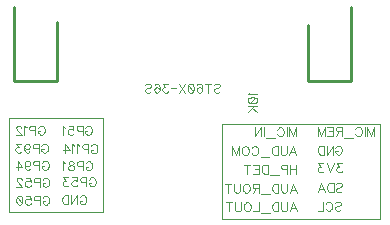
<source format=gbr>
G04 DipTrace 2.4.0.2*
%INBottomSilk.gbr*%
%MOIN*%
%ADD10C,0.0098*%
%ADD23C,0.0013*%
%ADD99C,0.0046*%
%FSLAX44Y44*%
G04*
G70*
G90*
G75*
G01*
%LNBotSilk*%
%LPD*%
X8050Y16952D2*
D10*
Y14495D1*
X9484D1*
Y16440D1*
X17876Y16338D2*
Y14495D1*
X19310D1*
Y16952D1*
X7911Y13259D2*
D23*
X11033D1*
Y10104D1*
X7911D1*
Y13259D1*
X14980Y13061D2*
X20272D1*
Y9870D1*
X14980D1*
Y13061D1*
X14722Y14350D2*
D99*
X14750Y14379D1*
X14793Y14393D1*
X14851D1*
X14894Y14379D1*
X14923Y14350D1*
Y14322D1*
X14908Y14293D1*
X14894Y14279D1*
X14865Y14264D1*
X14779Y14235D1*
X14750Y14221D1*
X14736Y14207D1*
X14722Y14178D1*
Y14135D1*
X14750Y14106D1*
X14793Y14092D1*
X14851D1*
X14894Y14106D1*
X14923Y14135D1*
X14529Y14393D2*
Y14092D1*
X14629Y14393D2*
X14428D1*
X14163Y14350D2*
X14178Y14379D1*
X14221Y14393D1*
X14249D1*
X14292Y14379D1*
X14321Y14336D1*
X14336Y14264D1*
Y14192D1*
X14321Y14135D1*
X14292Y14106D1*
X14249Y14092D1*
X14235D1*
X14192Y14106D1*
X14163Y14135D1*
X14149Y14178D1*
Y14192D1*
X14163Y14235D1*
X14192Y14264D1*
X14235Y14278D1*
X14249D1*
X14292Y14264D1*
X14321Y14235D1*
X14336Y14192D1*
X13970Y14393D2*
X14013Y14379D1*
X14042Y14336D1*
X14056Y14264D1*
Y14221D1*
X14042Y14149D1*
X14013Y14106D1*
X13970Y14092D1*
X13942D1*
X13899Y14106D1*
X13870Y14149D1*
X13856Y14221D1*
Y14264D1*
X13870Y14336D1*
X13899Y14379D1*
X13942Y14393D1*
X13970D1*
X13870Y14336D2*
X14042Y14149D1*
X13763Y14393D2*
X13562Y14092D1*
Y14393D2*
X13763Y14092D1*
X13469Y14242D2*
X13304D1*
X13182Y14393D2*
X13024D1*
X13110Y14278D1*
X13067D1*
X13039Y14264D1*
X13024Y14250D1*
X13010Y14207D1*
Y14178D1*
X13024Y14135D1*
X13053Y14106D1*
X13096Y14092D1*
X13139D1*
X13182Y14106D1*
X13196Y14121D1*
X13211Y14149D1*
X12745Y14350D2*
X12759Y14379D1*
X12803Y14393D1*
X12831D1*
X12874Y14379D1*
X12903Y14336D1*
X12917Y14264D1*
Y14192D1*
X12903Y14135D1*
X12874Y14106D1*
X12831Y14092D1*
X12817D1*
X12774Y14106D1*
X12745Y14135D1*
X12731Y14178D1*
Y14192D1*
X12745Y14235D1*
X12774Y14264D1*
X12817Y14278D1*
X12831D1*
X12874Y14264D1*
X12903Y14235D1*
X12917Y14192D1*
X12437Y14350D2*
X12466Y14379D1*
X12509Y14393D1*
X12566D1*
X12609Y14379D1*
X12638Y14350D1*
Y14322D1*
X12624Y14293D1*
X12609Y14279D1*
X12581Y14264D1*
X12495Y14235D1*
X12466Y14221D1*
X12452Y14207D1*
X12437Y14178D1*
Y14135D1*
X12466Y14106D1*
X12509Y14092D1*
X12566D1*
X12609Y14106D1*
X12638Y14135D1*
X15916Y14110D2*
X15902Y14081D1*
X15859Y14038D1*
X16160D1*
X15859Y13859D2*
X15873Y13902D1*
X15916Y13931D1*
X15988Y13945D1*
X16031D1*
X16103Y13931D1*
X16146Y13902D1*
X16160Y13859D1*
Y13830D1*
X16146Y13787D1*
X16103Y13759D1*
X16031Y13744D1*
X15988D1*
X15916Y13759D1*
X15873Y13787D1*
X15859Y13830D1*
Y13859D1*
X15916Y13759D2*
X16103Y13931D1*
X15859Y13651D2*
X16160D1*
X15859Y13450D2*
X16060Y13651D1*
X15988Y13580D2*
X16160Y13450D1*
X8869Y12926D2*
X8883Y12954D1*
X8912Y12983D1*
X8940Y12997D1*
X8998D1*
X9027Y12983D1*
X9055Y12954D1*
X9070Y12926D1*
X9084Y12882D1*
Y12810D1*
X9070Y12768D1*
X9055Y12739D1*
X9027Y12710D1*
X8998Y12696D1*
X8940D1*
X8912Y12710D1*
X8883Y12739D1*
X8869Y12768D1*
Y12810D1*
X8940D1*
X8776Y12839D2*
X8647D1*
X8604Y12854D1*
X8589Y12868D1*
X8575Y12897D1*
Y12940D1*
X8589Y12968D1*
X8604Y12983D1*
X8647Y12997D1*
X8776D1*
Y12696D1*
X8483Y12939D2*
X8454Y12954D1*
X8411Y12997D1*
Y12696D1*
X8303Y12925D2*
Y12939D1*
X8289Y12968D1*
X8275Y12983D1*
X8246Y12997D1*
X8189D1*
X8160Y12983D1*
X8146Y12968D1*
X8131Y12939D1*
Y12911D1*
X8146Y12882D1*
X8174Y12839D1*
X8318Y12696D1*
X8117D1*
X8978Y12326D2*
X8992Y12354D1*
X9021Y12383D1*
X9049Y12397D1*
X9107D1*
X9135Y12383D1*
X9164Y12354D1*
X9179Y12326D1*
X9193Y12283D1*
Y12211D1*
X9179Y12168D1*
X9164Y12139D1*
X9135Y12110D1*
X9107Y12096D1*
X9049D1*
X9021Y12110D1*
X8992Y12139D1*
X8978Y12168D1*
Y12211D1*
X9049D1*
X8885Y12239D2*
X8756D1*
X8713Y12254D1*
X8698Y12268D1*
X8684Y12297D1*
Y12340D1*
X8698Y12368D1*
X8713Y12383D1*
X8756Y12397D1*
X8885D1*
Y12096D1*
X8405Y12297D2*
X8419Y12254D1*
X8448Y12225D1*
X8491Y12211D1*
X8505D1*
X8548Y12225D1*
X8577Y12254D1*
X8591Y12297D1*
Y12311D1*
X8577Y12354D1*
X8548Y12383D1*
X8505Y12397D1*
X8491D1*
X8448Y12383D1*
X8419Y12354D1*
X8405Y12297D1*
Y12225D1*
X8419Y12153D1*
X8448Y12110D1*
X8491Y12096D1*
X8519D1*
X8562Y12110D1*
X8577Y12139D1*
X8283Y12397D2*
X8126D1*
X8212Y12282D1*
X8168D1*
X8140Y12268D1*
X8126Y12254D1*
X8111Y12211D1*
Y12182D1*
X8126Y12139D1*
X8154Y12110D1*
X8197Y12096D1*
X8240D1*
X8283Y12110D1*
X8297Y12125D1*
X8312Y12153D1*
X8997Y11755D2*
X9012Y11783D1*
X9041Y11812D1*
X9069Y11826D1*
X9126D1*
X9155Y11812D1*
X9184Y11783D1*
X9198Y11755D1*
X9213Y11712D1*
Y11640D1*
X9198Y11597D1*
X9184Y11568D1*
X9155Y11540D1*
X9126Y11525D1*
X9069D1*
X9041Y11540D1*
X9012Y11568D1*
X8997Y11597D1*
Y11640D1*
X9069D1*
X8905Y11669D2*
X8775D1*
X8733Y11683D1*
X8718Y11697D1*
X8704Y11726D1*
Y11769D1*
X8718Y11798D1*
X8733Y11812D1*
X8775Y11826D1*
X8905D1*
Y11525D1*
X8424Y11726D2*
X8439Y11683D1*
X8468Y11654D1*
X8511Y11640D1*
X8525D1*
X8568Y11654D1*
X8597Y11683D1*
X8611Y11726D1*
Y11740D1*
X8597Y11783D1*
X8568Y11812D1*
X8525Y11826D1*
X8511D1*
X8468Y11812D1*
X8439Y11783D1*
X8424Y11726D1*
Y11654D1*
X8439Y11582D1*
X8468Y11539D1*
X8511Y11525D1*
X8539D1*
X8582Y11539D1*
X8597Y11568D1*
X8188Y11525D2*
Y11826D1*
X8332Y11625D1*
X8117D1*
X9013Y11188D2*
X9028Y11216D1*
X9056Y11245D1*
X9085Y11260D1*
X9142D1*
X9171Y11245D1*
X9200Y11216D1*
X9214Y11188D1*
X9229Y11145D1*
Y11073D1*
X9214Y11030D1*
X9200Y11001D1*
X9171Y10973D1*
X9142Y10958D1*
X9085D1*
X9056Y10973D1*
X9028Y11001D1*
X9013Y11030D1*
Y11073D1*
X9085D1*
X8921Y11102D2*
X8791D1*
X8749Y11116D1*
X8734Y11131D1*
X8720Y11159D1*
Y11202D1*
X8734Y11231D1*
X8749Y11245D1*
X8791Y11260D1*
X8921D1*
Y10958D1*
X8455Y11259D2*
X8598D1*
X8613Y11130D1*
X8598Y11144D1*
X8555Y11159D1*
X8512D1*
X8469Y11144D1*
X8440Y11116D1*
X8426Y11073D1*
Y11044D1*
X8440Y11001D1*
X8469Y10972D1*
X8512Y10958D1*
X8555D1*
X8598Y10972D1*
X8613Y10987D1*
X8627Y11015D1*
X8319Y11188D2*
Y11202D1*
X8305Y11231D1*
X8290Y11245D1*
X8262Y11259D1*
X8204D1*
X8176Y11245D1*
X8161Y11231D1*
X8147Y11202D1*
Y11173D1*
X8161Y11144D1*
X8190Y11102D1*
X8334Y10958D1*
X8133D1*
X9016Y10589D2*
X9031Y10618D1*
X9059Y10647D1*
X9088Y10661D1*
X9145D1*
X9174Y10647D1*
X9203Y10618D1*
X9217Y10589D1*
X9232Y10546D1*
Y10474D1*
X9217Y10431D1*
X9203Y10402D1*
X9174Y10374D1*
X9145Y10359D1*
X9088D1*
X9059Y10374D1*
X9031Y10402D1*
X9016Y10431D1*
Y10474D1*
X9088D1*
X8924Y10503D2*
X8794D1*
X8752Y10517D1*
X8737Y10532D1*
X8723Y10560D1*
Y10603D1*
X8737Y10632D1*
X8752Y10647D1*
X8794Y10661D1*
X8924D1*
Y10359D1*
X8458Y10660D2*
X8601D1*
X8615Y10531D1*
X8601Y10546D1*
X8558Y10560D1*
X8515D1*
X8472Y10546D1*
X8443Y10517D1*
X8429Y10474D1*
Y10446D1*
X8443Y10402D1*
X8472Y10374D1*
X8515Y10359D1*
X8558D1*
X8601Y10374D1*
X8615Y10388D1*
X8630Y10417D1*
X8250Y10660D2*
X8293Y10646D1*
X8322Y10603D1*
X8336Y10531D1*
Y10488D1*
X8322Y10417D1*
X8293Y10374D1*
X8250Y10359D1*
X8222D1*
X8179Y10374D1*
X8150Y10417D1*
X8136Y10488D1*
Y10531D1*
X8150Y10603D1*
X8179Y10646D1*
X8222Y10660D1*
X8250D1*
X8150Y10603D2*
X8322Y10417D1*
X10439Y12921D2*
X10453Y12949D1*
X10482Y12978D1*
X10511Y12992D1*
X10568D1*
X10597Y12978D1*
X10625Y12949D1*
X10640Y12921D1*
X10654Y12877D1*
Y12805D1*
X10640Y12763D1*
X10625Y12734D1*
X10597Y12705D1*
X10568Y12691D1*
X10511D1*
X10482Y12705D1*
X10453Y12734D1*
X10439Y12763D1*
Y12805D1*
X10511D1*
X10346Y12834D2*
X10217D1*
X10174Y12849D1*
X10160Y12863D1*
X10145Y12892D1*
Y12935D1*
X10160Y12963D1*
X10174Y12978D1*
X10217Y12992D1*
X10346D1*
Y12691D1*
X9881Y12992D2*
X10024D1*
X10038Y12863D1*
X10024Y12877D1*
X9981Y12892D1*
X9938D1*
X9895Y12877D1*
X9866Y12849D1*
X9852Y12805D1*
Y12777D1*
X9866Y12734D1*
X9895Y12705D1*
X9938Y12691D1*
X9981D1*
X10024Y12705D1*
X10038Y12720D1*
X10053Y12748D1*
X9759Y12934D2*
X9730Y12949D1*
X9687Y12992D1*
Y12691D1*
X10627Y12310D2*
X10641Y12339D1*
X10670Y12367D1*
X10699Y12382D1*
X10756D1*
X10785Y12367D1*
X10814Y12339D1*
X10828Y12310D1*
X10842Y12267D1*
Y12195D1*
X10828Y12152D1*
X10814Y12123D1*
X10785Y12095D1*
X10756Y12080D1*
X10699D1*
X10670Y12095D1*
X10641Y12123D1*
X10627Y12152D1*
Y12195D1*
X10699D1*
X10535Y12224D2*
X10405D1*
X10362Y12238D1*
X10348Y12253D1*
X10334Y12281D1*
Y12324D1*
X10348Y12353D1*
X10362Y12367D1*
X10405Y12382D1*
X10535D1*
Y12080D1*
X10241Y12324D2*
X10212Y12339D1*
X10169Y12381D1*
Y12080D1*
X10076Y12324D2*
X10047Y12339D1*
X10004Y12381D1*
Y12080D1*
X9768D2*
Y12381D1*
X9912Y12181D1*
X9696D1*
X10451Y11738D2*
X10466Y11767D1*
X10494Y11796D1*
X10523Y11810D1*
X10580D1*
X10609Y11796D1*
X10638Y11767D1*
X10652Y11738D1*
X10667Y11695D1*
Y11623D1*
X10652Y11580D1*
X10638Y11552D1*
X10609Y11523D1*
X10580Y11508D1*
X10523D1*
X10494Y11523D1*
X10466Y11552D1*
X10451Y11580D1*
Y11623D1*
X10523D1*
X10359Y11652D2*
X10229D1*
X10187Y11666D1*
X10172Y11681D1*
X10158Y11709D1*
Y11752D1*
X10172Y11781D1*
X10187Y11796D1*
X10229Y11810D1*
X10359D1*
Y11508D1*
X9993Y11810D2*
X10036Y11795D1*
X10051Y11767D1*
Y11738D1*
X10036Y11709D1*
X10008Y11695D1*
X9950Y11681D1*
X9907Y11666D1*
X9879Y11637D1*
X9864Y11609D1*
Y11566D1*
X9879Y11537D1*
X9893Y11523D1*
X9936Y11508D1*
X9993D1*
X10036Y11523D1*
X10051Y11537D1*
X10065Y11566D1*
Y11609D1*
X10051Y11637D1*
X10022Y11666D1*
X9979Y11681D1*
X9922Y11695D1*
X9893Y11709D1*
X9879Y11738D1*
Y11767D1*
X9893Y11795D1*
X9936Y11810D1*
X9993D1*
X9772Y11752D2*
X9743Y11767D1*
X9700Y11810D1*
Y11508D1*
X10564Y11201D2*
X10579Y11230D1*
X10607Y11258D1*
X10636Y11273D1*
X10693D1*
X10722Y11258D1*
X10751Y11230D1*
X10765Y11201D1*
X10780Y11158D1*
Y11086D1*
X10765Y11043D1*
X10751Y11014D1*
X10722Y10986D1*
X10693Y10971D1*
X10636D1*
X10607Y10986D1*
X10579Y11014D1*
X10564Y11043D1*
Y11086D1*
X10636D1*
X10472Y11115D2*
X10342D1*
X10300Y11129D1*
X10285Y11144D1*
X10271Y11172D1*
Y11215D1*
X10285Y11244D1*
X10300Y11258D1*
X10342Y11273D1*
X10472D1*
Y10971D1*
X10006Y11272D2*
X10149D1*
X10163Y11143D1*
X10149Y11158D1*
X10106Y11172D1*
X10063D1*
X10020Y11158D1*
X9991Y11129D1*
X9977Y11086D1*
Y11058D1*
X9991Y11014D1*
X10020Y10986D1*
X10063Y10971D1*
X10106D1*
X10149Y10986D1*
X10163Y11000D1*
X10178Y11029D1*
X9856Y11272D2*
X9698D1*
X9784Y11158D1*
X9741D1*
X9712Y11143D1*
X9698Y11129D1*
X9684Y11086D1*
Y11058D1*
X9698Y11014D1*
X9727Y10986D1*
X9770Y10971D1*
X9813D1*
X9856Y10986D1*
X9870Y11000D1*
X9884Y11029D1*
X10256Y10603D2*
X10270Y10632D1*
X10299Y10660D1*
X10327Y10675D1*
X10385D1*
X10414Y10660D1*
X10442Y10632D1*
X10457Y10603D1*
X10471Y10560D1*
Y10488D1*
X10457Y10445D1*
X10442Y10416D1*
X10414Y10388D1*
X10385Y10373D1*
X10327D1*
X10299Y10388D1*
X10270Y10416D1*
X10256Y10445D1*
Y10488D1*
X10327D1*
X9962Y10675D2*
Y10373D1*
X10163Y10675D1*
Y10373D1*
X9870Y10675D2*
Y10373D1*
X9769D1*
X9726Y10388D1*
X9697Y10416D1*
X9683Y10445D1*
X9669Y10488D1*
Y10560D1*
X9683Y10603D1*
X9697Y10632D1*
X9726Y10660D1*
X9769Y10675D1*
X9870D1*
X17238Y12636D2*
Y12937D1*
X17353Y12636D1*
X17468Y12937D1*
Y12636D1*
X17146Y12937D2*
Y12636D1*
X16838Y12866D2*
X16852Y12894D1*
X16881Y12923D1*
X16909Y12937D1*
X16967D1*
X16996Y12923D1*
X17024Y12894D1*
X17039Y12866D1*
X17053Y12822D1*
Y12751D1*
X17039Y12708D1*
X17024Y12679D1*
X16996Y12650D1*
X16967Y12636D1*
X16909D1*
X16881Y12650D1*
X16852Y12679D1*
X16838Y12708D1*
X16745Y12586D2*
X16473D1*
X16380Y12937D2*
Y12636D1*
X16086Y12937D2*
Y12636D1*
X16287Y12937D1*
Y12636D1*
X17244Y12013D2*
X17359Y12314D1*
X17474Y12013D1*
X17431Y12113D2*
X17287D1*
X17151Y12314D2*
Y12099D1*
X17137Y12056D1*
X17108Y12027D1*
X17065Y12013D1*
X17036D1*
X16993Y12027D1*
X16965Y12056D1*
X16950Y12099D1*
Y12314D1*
X16858D2*
Y12013D1*
X16757D1*
X16714Y12027D1*
X16685Y12056D1*
X16671Y12085D1*
X16657Y12127D1*
Y12199D1*
X16671Y12242D1*
X16685Y12271D1*
X16714Y12300D1*
X16757Y12314D1*
X16858D1*
X16564Y11963D2*
X16291D1*
X15984Y12242D2*
X15998Y12271D1*
X16027Y12300D1*
X16055Y12314D1*
X16113D1*
X16141Y12300D1*
X16170Y12271D1*
X16185Y12242D1*
X16199Y12199D1*
Y12127D1*
X16185Y12085D1*
X16170Y12056D1*
X16141Y12027D1*
X16113Y12013D1*
X16055D1*
X16027Y12027D1*
X15998Y12056D1*
X15984Y12085D1*
X15805Y12314D2*
X15834Y12300D1*
X15862Y12271D1*
X15877Y12242D1*
X15891Y12199D1*
Y12127D1*
X15877Y12085D1*
X15862Y12056D1*
X15834Y12027D1*
X15805Y12013D1*
X15747D1*
X15719Y12027D1*
X15690Y12056D1*
X15676Y12085D1*
X15661Y12127D1*
Y12199D1*
X15676Y12242D1*
X15690Y12271D1*
X15719Y12300D1*
X15747Y12314D1*
X15805D1*
X15339Y12013D2*
Y12314D1*
X15454Y12013D1*
X15569Y12314D1*
Y12013D1*
X17469Y11701D2*
Y11400D1*
X17268Y11701D2*
Y11400D1*
X17469Y11558D2*
X17268D1*
X17175Y11543D2*
X17046D1*
X17003Y11558D1*
X16989Y11572D1*
X16974Y11601D1*
Y11644D1*
X16989Y11672D1*
X17003Y11687D1*
X17046Y11701D1*
X17175D1*
Y11400D1*
X16882Y11350D2*
X16609D1*
X16517Y11701D2*
Y11400D1*
X16416D1*
X16373Y11414D1*
X16344Y11443D1*
X16330Y11472D1*
X16316Y11515D1*
Y11587D1*
X16330Y11630D1*
X16344Y11658D1*
X16373Y11687D1*
X16416Y11701D1*
X16517D1*
X16037D2*
X16223D1*
Y11400D1*
X16037D1*
X16223Y11558D2*
X16108D1*
X15843Y11701D2*
Y11400D1*
X15944Y11701D2*
X15743D1*
X17259Y10761D2*
X17374Y11063D1*
X17489Y10761D1*
X17446Y10862D2*
X17302D1*
X17166Y11063D2*
Y10847D1*
X17152Y10804D1*
X17123Y10776D1*
X17080Y10761D1*
X17052D1*
X17008Y10776D1*
X16980Y10804D1*
X16965Y10847D1*
Y11063D1*
X16873D2*
Y10761D1*
X16772D1*
X16729Y10776D1*
X16700Y10804D1*
X16686Y10833D1*
X16672Y10876D1*
Y10948D1*
X16686Y10991D1*
X16700Y11019D1*
X16729Y11048D1*
X16772Y11063D1*
X16873D1*
X16579Y10711D2*
X16306D1*
X16214Y10919D2*
X16085D1*
X16042Y10934D1*
X16027Y10948D1*
X16013Y10976D1*
Y11005D1*
X16027Y11034D1*
X16042Y11048D1*
X16085Y11063D1*
X16214D1*
Y10761D1*
X16113Y10919D2*
X16013Y10761D1*
X15834Y11063D2*
X15863Y11048D1*
X15891Y11019D1*
X15906Y10991D1*
X15920Y10948D1*
Y10876D1*
X15906Y10833D1*
X15891Y10804D1*
X15863Y10776D1*
X15834Y10761D1*
X15777D1*
X15748Y10776D1*
X15719Y10804D1*
X15705Y10833D1*
X15691Y10876D1*
Y10948D1*
X15705Y10991D1*
X15719Y11019D1*
X15748Y11048D1*
X15777Y11063D1*
X15834D1*
X15598D2*
Y10847D1*
X15584Y10804D1*
X15555Y10776D1*
X15512Y10761D1*
X15483D1*
X15440Y10776D1*
X15411Y10804D1*
X15397Y10847D1*
Y11063D1*
X15204D2*
Y10761D1*
X15305Y11063D2*
X15104D1*
X17261Y10142D2*
X17377Y10443D1*
X17491Y10142D1*
X17448Y10242D2*
X17305D1*
X17169Y10443D2*
Y10228D1*
X17155Y10185D1*
X17126Y10156D1*
X17083Y10142D1*
X17054D1*
X17011Y10156D1*
X16982Y10185D1*
X16968Y10228D1*
Y10443D1*
X16875D2*
Y10142D1*
X16775D1*
X16732Y10156D1*
X16703Y10185D1*
X16689Y10214D1*
X16674Y10256D1*
Y10328D1*
X16689Y10371D1*
X16703Y10400D1*
X16732Y10429D1*
X16775Y10443D1*
X16875D1*
X16582Y10092D2*
X16309D1*
X16216Y10443D2*
Y10142D1*
X16044D1*
X15865Y10443D2*
X15894Y10429D1*
X15923Y10400D1*
X15937Y10371D1*
X15952Y10328D1*
Y10256D1*
X15937Y10214D1*
X15923Y10185D1*
X15894Y10156D1*
X15865Y10142D1*
X15808D1*
X15780Y10156D1*
X15751Y10185D1*
X15736Y10214D1*
X15722Y10256D1*
Y10328D1*
X15736Y10371D1*
X15751Y10400D1*
X15780Y10429D1*
X15808Y10443D1*
X15865D1*
X15630D2*
Y10228D1*
X15615Y10185D1*
X15586Y10156D1*
X15543Y10142D1*
X15515D1*
X15472Y10156D1*
X15443Y10185D1*
X15429Y10228D1*
Y10443D1*
X15235D2*
Y10142D1*
X15336Y10443D2*
X15135D1*
X19842Y12649D2*
Y12951D1*
X19957Y12649D1*
X20072Y12951D1*
Y12649D1*
X19750Y12951D2*
Y12649D1*
X19442Y12879D2*
X19456Y12908D1*
X19485Y12936D1*
X19514Y12951D1*
X19571D1*
X19600Y12936D1*
X19628Y12908D1*
X19643Y12879D1*
X19657Y12836D1*
Y12764D1*
X19643Y12721D1*
X19628Y12692D1*
X19600Y12664D1*
X19571Y12649D1*
X19514D1*
X19485Y12664D1*
X19456Y12692D1*
X19442Y12721D1*
X19349Y12600D2*
X19077D1*
X18984Y12807D2*
X18855D1*
X18812Y12822D1*
X18797Y12836D1*
X18783Y12864D1*
Y12893D1*
X18797Y12922D1*
X18812Y12936D1*
X18855Y12951D1*
X18984D1*
Y12649D1*
X18884Y12807D2*
X18783Y12649D1*
X18504Y12951D2*
X18691D1*
Y12649D1*
X18504D1*
X18691Y12807D2*
X18576D1*
X18182Y12649D2*
Y12951D1*
X18297Y12649D1*
X18412Y12951D1*
Y12649D1*
X18774Y12261D2*
X18788Y12290D1*
X18817Y12319D1*
X18846Y12333D1*
X18903D1*
X18932Y12319D1*
X18961Y12290D1*
X18975Y12261D1*
X18989Y12218D1*
Y12146D1*
X18975Y12104D1*
X18961Y12075D1*
X18932Y12046D1*
X18903Y12032D1*
X18846D1*
X18817Y12046D1*
X18788Y12075D1*
X18774Y12104D1*
Y12146D1*
X18846D1*
X18481Y12333D2*
Y12032D1*
X18682Y12333D1*
Y12032D1*
X18388Y12333D2*
Y12032D1*
X18288D1*
X18244Y12046D1*
X18216Y12075D1*
X18201Y12104D1*
X18187Y12146D1*
Y12218D1*
X18201Y12261D1*
X18216Y12290D1*
X18244Y12319D1*
X18288Y12333D1*
X18388D1*
X18979Y11736D2*
X18821D1*
X18907Y11621D1*
X18864D1*
X18835Y11607D1*
X18821Y11593D1*
X18807Y11549D1*
Y11521D1*
X18821Y11478D1*
X18850Y11449D1*
X18893Y11435D1*
X18936D1*
X18979Y11449D1*
X18993Y11464D1*
X19008Y11492D1*
X18714Y11736D2*
X18599Y11435D1*
X18484Y11736D1*
X18363D2*
X18205D1*
X18291Y11621D1*
X18248D1*
X18220Y11607D1*
X18205Y11593D1*
X18191Y11549D1*
Y11521D1*
X18205Y11478D1*
X18234Y11449D1*
X18277Y11435D1*
X18320D1*
X18363Y11449D1*
X18377Y11464D1*
X18392Y11492D1*
X18805Y11041D2*
X18834Y11070D1*
X18877Y11084D1*
X18934D1*
X18977Y11070D1*
X19006Y11041D1*
Y11012D1*
X18991Y10984D1*
X18977Y10969D1*
X18949Y10955D1*
X18862Y10926D1*
X18834Y10912D1*
X18819Y10897D1*
X18805Y10869D1*
Y10826D1*
X18834Y10797D1*
X18877Y10783D1*
X18934D1*
X18977Y10797D1*
X19006Y10826D1*
X18712Y11084D2*
Y10783D1*
X18612D1*
X18569Y10797D1*
X18540Y10826D1*
X18526Y10855D1*
X18511Y10897D1*
Y10969D1*
X18526Y11012D1*
X18540Y11041D1*
X18569Y11070D1*
X18612Y11084D1*
X18712D1*
X18189Y10783D2*
X18304Y11084D1*
X18419Y10783D1*
X18376Y10883D2*
X18232D1*
X18760Y10419D2*
X18789Y10448D1*
X18832Y10462D1*
X18889D1*
X18933Y10448D1*
X18961Y10419D1*
Y10390D1*
X18947Y10361D1*
X18933Y10347D1*
X18904Y10333D1*
X18818Y10304D1*
X18789Y10290D1*
X18775Y10275D1*
X18760Y10247D1*
Y10203D1*
X18789Y10175D1*
X18832Y10160D1*
X18889D1*
X18933Y10175D1*
X18961Y10203D1*
X18453Y10390D2*
X18467Y10419D1*
X18496Y10448D1*
X18524Y10462D1*
X18582D1*
X18610Y10448D1*
X18639Y10419D1*
X18654Y10390D1*
X18668Y10347D1*
Y10275D1*
X18654Y10232D1*
X18639Y10203D1*
X18610Y10175D1*
X18582Y10160D1*
X18524D1*
X18496Y10175D1*
X18467Y10203D1*
X18453Y10232D1*
X18360Y10462D2*
Y10160D1*
X18188D1*
M02*

</source>
